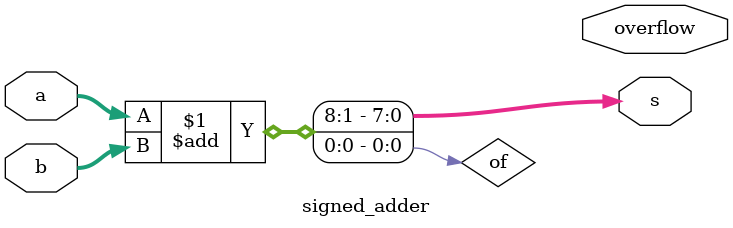
<source format=v>

module signed_adder(input [7:0] a,
    input [7:0] b,
    output [7:0] s,
    output overflow
); 

// The numbers a and b are added to the output s. 
// assign the occurence of the signed overflow of a and b to the output overflow.
// a signed overflow occurs if the most significant bits of a and b are low and the most significant bit of s is high
// a signed overflow may also occur if the most significant bits of a and b are high and the most significant bit of s is low


assign {s,of} = a+b;

endmodule

</source>
